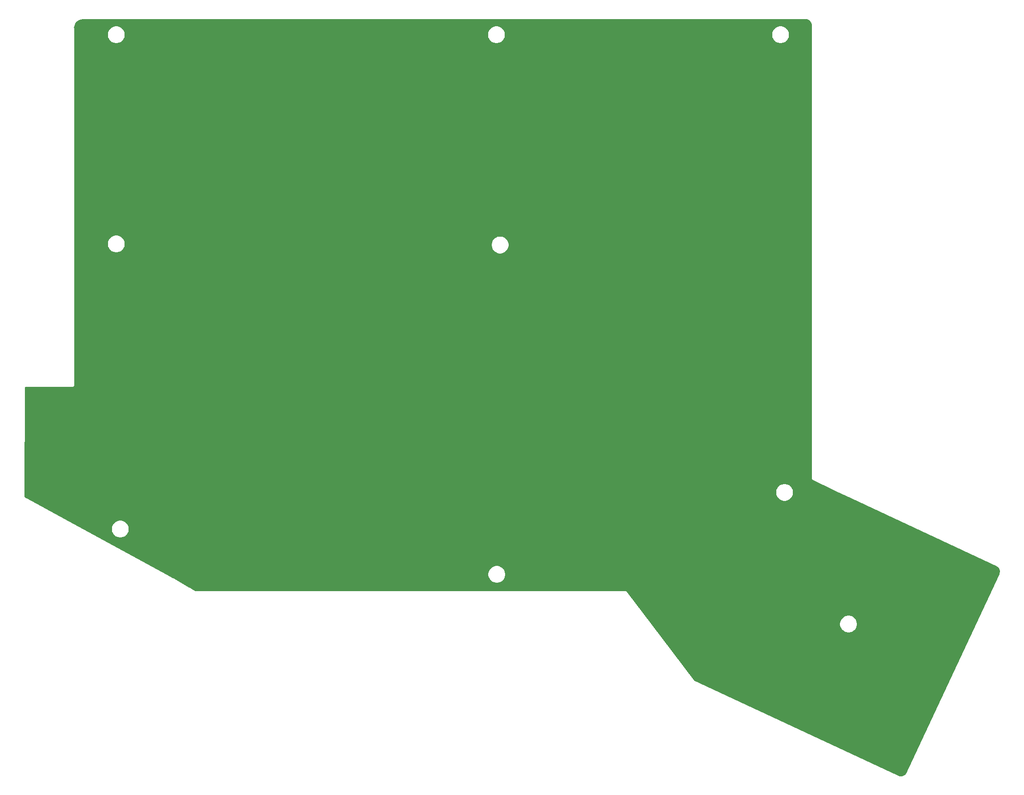
<source format=gbr>
G04 #@! TF.GenerationSoftware,KiCad,Pcbnew,(5.1.5)-3*
G04 #@! TF.CreationDate,2020-03-17T18:41:58+05:30*
G04 #@! TF.ProjectId,ergocape,6572676f-6361-4706-952e-6b696361645f,rev?*
G04 #@! TF.SameCoordinates,Original*
G04 #@! TF.FileFunction,Copper,L1,Top*
G04 #@! TF.FilePolarity,Positive*
%FSLAX46Y46*%
G04 Gerber Fmt 4.6, Leading zero omitted, Abs format (unit mm)*
G04 Created by KiCad (PCBNEW (5.1.5)-3) date 2020-03-17 18:41:58*
%MOMM*%
%LPD*%
G04 APERTURE LIST*
%ADD10C,0.254000*%
G04 APERTURE END LIST*
D10*
G36*
X39347601Y-17728000D02*
G01*
X171379695Y-17728000D01*
X171613952Y-17750969D01*
X171817830Y-17812523D01*
X172005868Y-17912505D01*
X172170906Y-18047107D01*
X172306659Y-18211205D01*
X172407950Y-18398540D01*
X172470925Y-18601980D01*
X172495400Y-18834842D01*
X172495401Y-103212348D01*
X172492650Y-105145984D01*
X172491099Y-105156003D01*
X172492587Y-105190804D01*
X172492569Y-105203150D01*
X172493543Y-105213190D01*
X172494935Y-105245745D01*
X172497873Y-105257801D01*
X172499072Y-105270152D01*
X172508484Y-105301337D01*
X172516204Y-105333014D01*
X172521442Y-105344274D01*
X172525025Y-105356145D01*
X172540341Y-105384898D01*
X172554092Y-105414456D01*
X172561421Y-105424471D01*
X172567255Y-105435423D01*
X172587893Y-105460644D01*
X172607139Y-105486943D01*
X172616279Y-105495334D01*
X172624139Y-105504939D01*
X172649305Y-105525652D01*
X172673309Y-105547688D01*
X172683912Y-105554135D01*
X172693493Y-105562021D01*
X172722209Y-105577423D01*
X172730827Y-105582663D01*
X172741951Y-105588011D01*
X172772651Y-105604477D01*
X172782350Y-105607434D01*
X178580328Y-108394998D01*
X178582653Y-108396374D01*
X178600517Y-108404704D01*
X178618267Y-108413238D01*
X178620803Y-108414164D01*
X207647850Y-121949698D01*
X207841914Y-122064466D01*
X207993286Y-122199809D01*
X208115487Y-122361974D01*
X208203863Y-122544790D01*
X208255046Y-122741283D01*
X208267088Y-122943977D01*
X208239530Y-123145155D01*
X208166535Y-123357146D01*
X190527501Y-161184181D01*
X190412728Y-161378252D01*
X190277386Y-161529624D01*
X190115221Y-161651825D01*
X189932405Y-161740201D01*
X189735911Y-161791384D01*
X189533218Y-161803426D01*
X189332040Y-161775868D01*
X189120049Y-161702873D01*
X150261975Y-143583058D01*
X142059870Y-132736723D01*
X177822908Y-132736723D01*
X177822908Y-133077701D01*
X177889429Y-133412126D01*
X178019915Y-133727148D01*
X178209352Y-134010660D01*
X178450460Y-134251768D01*
X178733972Y-134441205D01*
X179048994Y-134571691D01*
X179383419Y-134638212D01*
X179724397Y-134638212D01*
X180058822Y-134571691D01*
X180373844Y-134441205D01*
X180657356Y-134251768D01*
X180898464Y-134010660D01*
X181087901Y-133727148D01*
X181218387Y-133412126D01*
X181284908Y-133077701D01*
X181284908Y-132736723D01*
X181218387Y-132402298D01*
X181087901Y-132087276D01*
X180898464Y-131803764D01*
X180657356Y-131562656D01*
X180373844Y-131373219D01*
X180058822Y-131242733D01*
X179724397Y-131176212D01*
X179383419Y-131176212D01*
X179048994Y-131242733D01*
X178733972Y-131373219D01*
X178450460Y-131562656D01*
X178209352Y-131803764D01*
X178019915Y-132087276D01*
X177889429Y-132402298D01*
X177822908Y-132736723D01*
X142059870Y-132736723D01*
X137535292Y-126753493D01*
X137530984Y-126745434D01*
X137508236Y-126717716D01*
X137500202Y-126707091D01*
X137494050Y-126700429D01*
X137474001Y-126675999D01*
X137463629Y-126667487D01*
X137454532Y-126657636D01*
X137428990Y-126639060D01*
X137404566Y-126619016D01*
X137392732Y-126612691D01*
X137381888Y-126604804D01*
X137353218Y-126591570D01*
X137325348Y-126576673D01*
X137312508Y-126572778D01*
X137300333Y-126567158D01*
X137269630Y-126559771D01*
X137239392Y-126550598D01*
X137226040Y-126549283D01*
X137213002Y-126546146D01*
X137181443Y-126544891D01*
X137172399Y-126544000D01*
X137159050Y-126544000D01*
X137123250Y-126542576D01*
X137114231Y-126544000D01*
X55244305Y-126544000D01*
X54099406Y-125857062D01*
X54097113Y-125855403D01*
X54080134Y-125845499D01*
X54063403Y-125835460D01*
X54060864Y-125834257D01*
X51043452Y-124074101D01*
X51038020Y-124070405D01*
X51024087Y-124062805D01*
X51010417Y-124054831D01*
X51004461Y-124052100D01*
X49577048Y-123273511D01*
X110855000Y-123273511D01*
X110855000Y-123614489D01*
X110921521Y-123948914D01*
X111052007Y-124263936D01*
X111241444Y-124547448D01*
X111482552Y-124788556D01*
X111766064Y-124977993D01*
X112081086Y-125108479D01*
X112415511Y-125175000D01*
X112756489Y-125175000D01*
X113090914Y-125108479D01*
X113405936Y-124977993D01*
X113689448Y-124788556D01*
X113930556Y-124547448D01*
X114119993Y-124263936D01*
X114250479Y-123948914D01*
X114317000Y-123614489D01*
X114317000Y-123273511D01*
X114250479Y-122939086D01*
X114119993Y-122624064D01*
X113930556Y-122340552D01*
X113689448Y-122099444D01*
X113405936Y-121910007D01*
X113090914Y-121779521D01*
X112756489Y-121713000D01*
X112415511Y-121713000D01*
X112081086Y-121779521D01*
X111766064Y-121910007D01*
X111482552Y-122099444D01*
X111241444Y-122340552D01*
X111052007Y-122624064D01*
X110921521Y-122939086D01*
X110855000Y-123273511D01*
X49577048Y-123273511D01*
X33744381Y-114637511D01*
X39163000Y-114637511D01*
X39163000Y-114978489D01*
X39229521Y-115312914D01*
X39360007Y-115627936D01*
X39549444Y-115911448D01*
X39790552Y-116152556D01*
X40074064Y-116341993D01*
X40389086Y-116472479D01*
X40723511Y-116539000D01*
X41064489Y-116539000D01*
X41398914Y-116472479D01*
X41713936Y-116341993D01*
X41997448Y-116152556D01*
X42238556Y-115911448D01*
X42427993Y-115627936D01*
X42558479Y-115312914D01*
X42625000Y-114978489D01*
X42625000Y-114637511D01*
X42558479Y-114303086D01*
X42427993Y-113988064D01*
X42238556Y-113704552D01*
X41997448Y-113463444D01*
X41713936Y-113274007D01*
X41398914Y-113143521D01*
X41064489Y-113077000D01*
X40723511Y-113077000D01*
X40389086Y-113143521D01*
X40074064Y-113274007D01*
X39790552Y-113463444D01*
X39549444Y-113704552D01*
X39360007Y-113988064D01*
X39229521Y-114303086D01*
X39163000Y-114637511D01*
X33744381Y-114637511D01*
X23090857Y-108826498D01*
X23083963Y-108822159D01*
X23071221Y-108815788D01*
X23058692Y-108808954D01*
X23051181Y-108805768D01*
X22808000Y-108684178D01*
X22808000Y-107652511D01*
X165655000Y-107652511D01*
X165655000Y-107993489D01*
X165721521Y-108327914D01*
X165852007Y-108642936D01*
X166041444Y-108926448D01*
X166282552Y-109167556D01*
X166566064Y-109356993D01*
X166881086Y-109487479D01*
X167215511Y-109554000D01*
X167556489Y-109554000D01*
X167890914Y-109487479D01*
X168205936Y-109356993D01*
X168489448Y-109167556D01*
X168730556Y-108926448D01*
X168919993Y-108642936D01*
X169050479Y-108327914D01*
X169117000Y-107993489D01*
X169117000Y-107652511D01*
X169050479Y-107318086D01*
X168919993Y-107003064D01*
X168730556Y-106719552D01*
X168489448Y-106478444D01*
X168205936Y-106289007D01*
X167890914Y-106158521D01*
X167556489Y-106092000D01*
X167215511Y-106092000D01*
X166881086Y-106158521D01*
X166566064Y-106289007D01*
X166282552Y-106478444D01*
X166041444Y-106719552D01*
X165852007Y-107003064D01*
X165721521Y-107318086D01*
X165655000Y-107652511D01*
X22808000Y-107652511D01*
X22808000Y-98197762D01*
X22826040Y-98138292D01*
X22833000Y-98067626D01*
X22833000Y-87857000D01*
X31726381Y-87857000D01*
X31749997Y-87859326D01*
X31773615Y-87857000D01*
X31773626Y-87857000D01*
X31844292Y-87850040D01*
X31934961Y-87822536D01*
X32018522Y-87777872D01*
X32091764Y-87717764D01*
X32151872Y-87644522D01*
X32196536Y-87560961D01*
X32224040Y-87470292D01*
X32233327Y-87376000D01*
X32230999Y-87352367D01*
X32231182Y-60281511D01*
X38401000Y-60281511D01*
X38401000Y-60622489D01*
X38467521Y-60956914D01*
X38598007Y-61271936D01*
X38787444Y-61555448D01*
X39028552Y-61796556D01*
X39312064Y-61985993D01*
X39627086Y-62116479D01*
X39961511Y-62183000D01*
X40302489Y-62183000D01*
X40636914Y-62116479D01*
X40951936Y-61985993D01*
X41235448Y-61796556D01*
X41476556Y-61555448D01*
X41665993Y-61271936D01*
X41796479Y-60956914D01*
X41863000Y-60622489D01*
X41863000Y-60472011D01*
X111489000Y-60472011D01*
X111489000Y-60812989D01*
X111555521Y-61147414D01*
X111686007Y-61462436D01*
X111875444Y-61745948D01*
X112116552Y-61987056D01*
X112400064Y-62176493D01*
X112715086Y-62306979D01*
X113049511Y-62373500D01*
X113390489Y-62373500D01*
X113724914Y-62306979D01*
X114039936Y-62176493D01*
X114323448Y-61987056D01*
X114564556Y-61745948D01*
X114753993Y-61462436D01*
X114884479Y-61147414D01*
X114951000Y-60812989D01*
X114951000Y-60472011D01*
X114884479Y-60137586D01*
X114753993Y-59822564D01*
X114564556Y-59539052D01*
X114323448Y-59297944D01*
X114039936Y-59108507D01*
X113724914Y-58978021D01*
X113390489Y-58911500D01*
X113049511Y-58911500D01*
X112715086Y-58978021D01*
X112400064Y-59108507D01*
X112116552Y-59297944D01*
X111875444Y-59539052D01*
X111686007Y-59822564D01*
X111555521Y-60137586D01*
X111489000Y-60472011D01*
X41863000Y-60472011D01*
X41863000Y-60281511D01*
X41796479Y-59947086D01*
X41665993Y-59632064D01*
X41476556Y-59348552D01*
X41235448Y-59107444D01*
X40951936Y-58918007D01*
X40636914Y-58787521D01*
X40302489Y-58721000D01*
X39961511Y-58721000D01*
X39627086Y-58787521D01*
X39312064Y-58918007D01*
X39028552Y-59107444D01*
X38787444Y-59348552D01*
X38598007Y-59632064D01*
X38467521Y-59947086D01*
X38401000Y-60281511D01*
X32231182Y-60281511D01*
X32231453Y-20403511D01*
X38401000Y-20403511D01*
X38401000Y-20744489D01*
X38467521Y-21078914D01*
X38598007Y-21393936D01*
X38787444Y-21677448D01*
X39028552Y-21918556D01*
X39312064Y-22107993D01*
X39627086Y-22238479D01*
X39961511Y-22305000D01*
X40302489Y-22305000D01*
X40636914Y-22238479D01*
X40951936Y-22107993D01*
X41235448Y-21918556D01*
X41476556Y-21677448D01*
X41665993Y-21393936D01*
X41796479Y-21078914D01*
X41863000Y-20744489D01*
X41863000Y-20403511D01*
X110791000Y-20403511D01*
X110791000Y-20744489D01*
X110857521Y-21078914D01*
X110988007Y-21393936D01*
X111177444Y-21677448D01*
X111418552Y-21918556D01*
X111702064Y-22107993D01*
X112017086Y-22238479D01*
X112351511Y-22305000D01*
X112692489Y-22305000D01*
X113026914Y-22238479D01*
X113341936Y-22107993D01*
X113625448Y-21918556D01*
X113866556Y-21677448D01*
X114055993Y-21393936D01*
X114186479Y-21078914D01*
X114253000Y-20744489D01*
X114253000Y-20403511D01*
X164893000Y-20403511D01*
X164893000Y-20744489D01*
X164959521Y-21078914D01*
X165090007Y-21393936D01*
X165279444Y-21677448D01*
X165520552Y-21918556D01*
X165804064Y-22107993D01*
X166119086Y-22238479D01*
X166453511Y-22305000D01*
X166794489Y-22305000D01*
X167128914Y-22238479D01*
X167443936Y-22107993D01*
X167727448Y-21918556D01*
X167968556Y-21677448D01*
X168157993Y-21393936D01*
X168288479Y-21078914D01*
X168355000Y-20744489D01*
X168355000Y-20403511D01*
X168288479Y-20069086D01*
X168157993Y-19754064D01*
X167968556Y-19470552D01*
X167727448Y-19229444D01*
X167443936Y-19040007D01*
X167128914Y-18909521D01*
X166794489Y-18843000D01*
X166453511Y-18843000D01*
X166119086Y-18909521D01*
X165804064Y-19040007D01*
X165520552Y-19229444D01*
X165279444Y-19470552D01*
X165090007Y-19754064D01*
X164959521Y-20069086D01*
X164893000Y-20403511D01*
X114253000Y-20403511D01*
X114186479Y-20069086D01*
X114055993Y-19754064D01*
X113866556Y-19470552D01*
X113625448Y-19229444D01*
X113341936Y-19040007D01*
X113026914Y-18909521D01*
X112692489Y-18843000D01*
X112351511Y-18843000D01*
X112017086Y-18909521D01*
X111702064Y-19040007D01*
X111418552Y-19229444D01*
X111177444Y-19470552D01*
X110988007Y-19754064D01*
X110857521Y-20069086D01*
X110791000Y-20403511D01*
X41863000Y-20403511D01*
X41796479Y-20069086D01*
X41665993Y-19754064D01*
X41476556Y-19470552D01*
X41235448Y-19229444D01*
X40951936Y-19040007D01*
X40636914Y-18909521D01*
X40302489Y-18843000D01*
X39961511Y-18843000D01*
X39627086Y-18909521D01*
X39312064Y-19040007D01*
X39028552Y-19229444D01*
X38787444Y-19470552D01*
X38598007Y-19754064D01*
X38467521Y-20069086D01*
X38401000Y-20403511D01*
X32231453Y-20403511D01*
X32231461Y-19330538D01*
X32224501Y-19259872D01*
X32216509Y-19233526D01*
X32230930Y-19036483D01*
X32312430Y-18740306D01*
X32449904Y-18465604D01*
X32638123Y-18222829D01*
X32869907Y-18021240D01*
X33136432Y-17868511D01*
X33427551Y-17770458D01*
X33752210Y-17728209D01*
X33761642Y-17728001D01*
X39347591Y-17727999D01*
X39347601Y-17728000D01*
G37*
X39347601Y-17728000D02*
X171379695Y-17728000D01*
X171613952Y-17750969D01*
X171817830Y-17812523D01*
X172005868Y-17912505D01*
X172170906Y-18047107D01*
X172306659Y-18211205D01*
X172407950Y-18398540D01*
X172470925Y-18601980D01*
X172495400Y-18834842D01*
X172495401Y-103212348D01*
X172492650Y-105145984D01*
X172491099Y-105156003D01*
X172492587Y-105190804D01*
X172492569Y-105203150D01*
X172493543Y-105213190D01*
X172494935Y-105245745D01*
X172497873Y-105257801D01*
X172499072Y-105270152D01*
X172508484Y-105301337D01*
X172516204Y-105333014D01*
X172521442Y-105344274D01*
X172525025Y-105356145D01*
X172540341Y-105384898D01*
X172554092Y-105414456D01*
X172561421Y-105424471D01*
X172567255Y-105435423D01*
X172587893Y-105460644D01*
X172607139Y-105486943D01*
X172616279Y-105495334D01*
X172624139Y-105504939D01*
X172649305Y-105525652D01*
X172673309Y-105547688D01*
X172683912Y-105554135D01*
X172693493Y-105562021D01*
X172722209Y-105577423D01*
X172730827Y-105582663D01*
X172741951Y-105588011D01*
X172772651Y-105604477D01*
X172782350Y-105607434D01*
X178580328Y-108394998D01*
X178582653Y-108396374D01*
X178600517Y-108404704D01*
X178618267Y-108413238D01*
X178620803Y-108414164D01*
X207647850Y-121949698D01*
X207841914Y-122064466D01*
X207993286Y-122199809D01*
X208115487Y-122361974D01*
X208203863Y-122544790D01*
X208255046Y-122741283D01*
X208267088Y-122943977D01*
X208239530Y-123145155D01*
X208166535Y-123357146D01*
X190527501Y-161184181D01*
X190412728Y-161378252D01*
X190277386Y-161529624D01*
X190115221Y-161651825D01*
X189932405Y-161740201D01*
X189735911Y-161791384D01*
X189533218Y-161803426D01*
X189332040Y-161775868D01*
X189120049Y-161702873D01*
X150261975Y-143583058D01*
X142059870Y-132736723D01*
X177822908Y-132736723D01*
X177822908Y-133077701D01*
X177889429Y-133412126D01*
X178019915Y-133727148D01*
X178209352Y-134010660D01*
X178450460Y-134251768D01*
X178733972Y-134441205D01*
X179048994Y-134571691D01*
X179383419Y-134638212D01*
X179724397Y-134638212D01*
X180058822Y-134571691D01*
X180373844Y-134441205D01*
X180657356Y-134251768D01*
X180898464Y-134010660D01*
X181087901Y-133727148D01*
X181218387Y-133412126D01*
X181284908Y-133077701D01*
X181284908Y-132736723D01*
X181218387Y-132402298D01*
X181087901Y-132087276D01*
X180898464Y-131803764D01*
X180657356Y-131562656D01*
X180373844Y-131373219D01*
X180058822Y-131242733D01*
X179724397Y-131176212D01*
X179383419Y-131176212D01*
X179048994Y-131242733D01*
X178733972Y-131373219D01*
X178450460Y-131562656D01*
X178209352Y-131803764D01*
X178019915Y-132087276D01*
X177889429Y-132402298D01*
X177822908Y-132736723D01*
X142059870Y-132736723D01*
X137535292Y-126753493D01*
X137530984Y-126745434D01*
X137508236Y-126717716D01*
X137500202Y-126707091D01*
X137494050Y-126700429D01*
X137474001Y-126675999D01*
X137463629Y-126667487D01*
X137454532Y-126657636D01*
X137428990Y-126639060D01*
X137404566Y-126619016D01*
X137392732Y-126612691D01*
X137381888Y-126604804D01*
X137353218Y-126591570D01*
X137325348Y-126576673D01*
X137312508Y-126572778D01*
X137300333Y-126567158D01*
X137269630Y-126559771D01*
X137239392Y-126550598D01*
X137226040Y-126549283D01*
X137213002Y-126546146D01*
X137181443Y-126544891D01*
X137172399Y-126544000D01*
X137159050Y-126544000D01*
X137123250Y-126542576D01*
X137114231Y-126544000D01*
X55244305Y-126544000D01*
X54099406Y-125857062D01*
X54097113Y-125855403D01*
X54080134Y-125845499D01*
X54063403Y-125835460D01*
X54060864Y-125834257D01*
X51043452Y-124074101D01*
X51038020Y-124070405D01*
X51024087Y-124062805D01*
X51010417Y-124054831D01*
X51004461Y-124052100D01*
X49577048Y-123273511D01*
X110855000Y-123273511D01*
X110855000Y-123614489D01*
X110921521Y-123948914D01*
X111052007Y-124263936D01*
X111241444Y-124547448D01*
X111482552Y-124788556D01*
X111766064Y-124977993D01*
X112081086Y-125108479D01*
X112415511Y-125175000D01*
X112756489Y-125175000D01*
X113090914Y-125108479D01*
X113405936Y-124977993D01*
X113689448Y-124788556D01*
X113930556Y-124547448D01*
X114119993Y-124263936D01*
X114250479Y-123948914D01*
X114317000Y-123614489D01*
X114317000Y-123273511D01*
X114250479Y-122939086D01*
X114119993Y-122624064D01*
X113930556Y-122340552D01*
X113689448Y-122099444D01*
X113405936Y-121910007D01*
X113090914Y-121779521D01*
X112756489Y-121713000D01*
X112415511Y-121713000D01*
X112081086Y-121779521D01*
X111766064Y-121910007D01*
X111482552Y-122099444D01*
X111241444Y-122340552D01*
X111052007Y-122624064D01*
X110921521Y-122939086D01*
X110855000Y-123273511D01*
X49577048Y-123273511D01*
X33744381Y-114637511D01*
X39163000Y-114637511D01*
X39163000Y-114978489D01*
X39229521Y-115312914D01*
X39360007Y-115627936D01*
X39549444Y-115911448D01*
X39790552Y-116152556D01*
X40074064Y-116341993D01*
X40389086Y-116472479D01*
X40723511Y-116539000D01*
X41064489Y-116539000D01*
X41398914Y-116472479D01*
X41713936Y-116341993D01*
X41997448Y-116152556D01*
X42238556Y-115911448D01*
X42427993Y-115627936D01*
X42558479Y-115312914D01*
X42625000Y-114978489D01*
X42625000Y-114637511D01*
X42558479Y-114303086D01*
X42427993Y-113988064D01*
X42238556Y-113704552D01*
X41997448Y-113463444D01*
X41713936Y-113274007D01*
X41398914Y-113143521D01*
X41064489Y-113077000D01*
X40723511Y-113077000D01*
X40389086Y-113143521D01*
X40074064Y-113274007D01*
X39790552Y-113463444D01*
X39549444Y-113704552D01*
X39360007Y-113988064D01*
X39229521Y-114303086D01*
X39163000Y-114637511D01*
X33744381Y-114637511D01*
X23090857Y-108826498D01*
X23083963Y-108822159D01*
X23071221Y-108815788D01*
X23058692Y-108808954D01*
X23051181Y-108805768D01*
X22808000Y-108684178D01*
X22808000Y-107652511D01*
X165655000Y-107652511D01*
X165655000Y-107993489D01*
X165721521Y-108327914D01*
X165852007Y-108642936D01*
X166041444Y-108926448D01*
X166282552Y-109167556D01*
X166566064Y-109356993D01*
X166881086Y-109487479D01*
X167215511Y-109554000D01*
X167556489Y-109554000D01*
X167890914Y-109487479D01*
X168205936Y-109356993D01*
X168489448Y-109167556D01*
X168730556Y-108926448D01*
X168919993Y-108642936D01*
X169050479Y-108327914D01*
X169117000Y-107993489D01*
X169117000Y-107652511D01*
X169050479Y-107318086D01*
X168919993Y-107003064D01*
X168730556Y-106719552D01*
X168489448Y-106478444D01*
X168205936Y-106289007D01*
X167890914Y-106158521D01*
X167556489Y-106092000D01*
X167215511Y-106092000D01*
X166881086Y-106158521D01*
X166566064Y-106289007D01*
X166282552Y-106478444D01*
X166041444Y-106719552D01*
X165852007Y-107003064D01*
X165721521Y-107318086D01*
X165655000Y-107652511D01*
X22808000Y-107652511D01*
X22808000Y-98197762D01*
X22826040Y-98138292D01*
X22833000Y-98067626D01*
X22833000Y-87857000D01*
X31726381Y-87857000D01*
X31749997Y-87859326D01*
X31773615Y-87857000D01*
X31773626Y-87857000D01*
X31844292Y-87850040D01*
X31934961Y-87822536D01*
X32018522Y-87777872D01*
X32091764Y-87717764D01*
X32151872Y-87644522D01*
X32196536Y-87560961D01*
X32224040Y-87470292D01*
X32233327Y-87376000D01*
X32230999Y-87352367D01*
X32231182Y-60281511D01*
X38401000Y-60281511D01*
X38401000Y-60622489D01*
X38467521Y-60956914D01*
X38598007Y-61271936D01*
X38787444Y-61555448D01*
X39028552Y-61796556D01*
X39312064Y-61985993D01*
X39627086Y-62116479D01*
X39961511Y-62183000D01*
X40302489Y-62183000D01*
X40636914Y-62116479D01*
X40951936Y-61985993D01*
X41235448Y-61796556D01*
X41476556Y-61555448D01*
X41665993Y-61271936D01*
X41796479Y-60956914D01*
X41863000Y-60622489D01*
X41863000Y-60472011D01*
X111489000Y-60472011D01*
X111489000Y-60812989D01*
X111555521Y-61147414D01*
X111686007Y-61462436D01*
X111875444Y-61745948D01*
X112116552Y-61987056D01*
X112400064Y-62176493D01*
X112715086Y-62306979D01*
X113049511Y-62373500D01*
X113390489Y-62373500D01*
X113724914Y-62306979D01*
X114039936Y-62176493D01*
X114323448Y-61987056D01*
X114564556Y-61745948D01*
X114753993Y-61462436D01*
X114884479Y-61147414D01*
X114951000Y-60812989D01*
X114951000Y-60472011D01*
X114884479Y-60137586D01*
X114753993Y-59822564D01*
X114564556Y-59539052D01*
X114323448Y-59297944D01*
X114039936Y-59108507D01*
X113724914Y-58978021D01*
X113390489Y-58911500D01*
X113049511Y-58911500D01*
X112715086Y-58978021D01*
X112400064Y-59108507D01*
X112116552Y-59297944D01*
X111875444Y-59539052D01*
X111686007Y-59822564D01*
X111555521Y-60137586D01*
X111489000Y-60472011D01*
X41863000Y-60472011D01*
X41863000Y-60281511D01*
X41796479Y-59947086D01*
X41665993Y-59632064D01*
X41476556Y-59348552D01*
X41235448Y-59107444D01*
X40951936Y-58918007D01*
X40636914Y-58787521D01*
X40302489Y-58721000D01*
X39961511Y-58721000D01*
X39627086Y-58787521D01*
X39312064Y-58918007D01*
X39028552Y-59107444D01*
X38787444Y-59348552D01*
X38598007Y-59632064D01*
X38467521Y-59947086D01*
X38401000Y-60281511D01*
X32231182Y-60281511D01*
X32231453Y-20403511D01*
X38401000Y-20403511D01*
X38401000Y-20744489D01*
X38467521Y-21078914D01*
X38598007Y-21393936D01*
X38787444Y-21677448D01*
X39028552Y-21918556D01*
X39312064Y-22107993D01*
X39627086Y-22238479D01*
X39961511Y-22305000D01*
X40302489Y-22305000D01*
X40636914Y-22238479D01*
X40951936Y-22107993D01*
X41235448Y-21918556D01*
X41476556Y-21677448D01*
X41665993Y-21393936D01*
X41796479Y-21078914D01*
X41863000Y-20744489D01*
X41863000Y-20403511D01*
X110791000Y-20403511D01*
X110791000Y-20744489D01*
X110857521Y-21078914D01*
X110988007Y-21393936D01*
X111177444Y-21677448D01*
X111418552Y-21918556D01*
X111702064Y-22107993D01*
X112017086Y-22238479D01*
X112351511Y-22305000D01*
X112692489Y-22305000D01*
X113026914Y-22238479D01*
X113341936Y-22107993D01*
X113625448Y-21918556D01*
X113866556Y-21677448D01*
X114055993Y-21393936D01*
X114186479Y-21078914D01*
X114253000Y-20744489D01*
X114253000Y-20403511D01*
X164893000Y-20403511D01*
X164893000Y-20744489D01*
X164959521Y-21078914D01*
X165090007Y-21393936D01*
X165279444Y-21677448D01*
X165520552Y-21918556D01*
X165804064Y-22107993D01*
X166119086Y-22238479D01*
X166453511Y-22305000D01*
X166794489Y-22305000D01*
X167128914Y-22238479D01*
X167443936Y-22107993D01*
X167727448Y-21918556D01*
X167968556Y-21677448D01*
X168157993Y-21393936D01*
X168288479Y-21078914D01*
X168355000Y-20744489D01*
X168355000Y-20403511D01*
X168288479Y-20069086D01*
X168157993Y-19754064D01*
X167968556Y-19470552D01*
X167727448Y-19229444D01*
X167443936Y-19040007D01*
X167128914Y-18909521D01*
X166794489Y-18843000D01*
X166453511Y-18843000D01*
X166119086Y-18909521D01*
X165804064Y-19040007D01*
X165520552Y-19229444D01*
X165279444Y-19470552D01*
X165090007Y-19754064D01*
X164959521Y-20069086D01*
X164893000Y-20403511D01*
X114253000Y-20403511D01*
X114186479Y-20069086D01*
X114055993Y-19754064D01*
X113866556Y-19470552D01*
X113625448Y-19229444D01*
X113341936Y-19040007D01*
X113026914Y-18909521D01*
X112692489Y-18843000D01*
X112351511Y-18843000D01*
X112017086Y-18909521D01*
X111702064Y-19040007D01*
X111418552Y-19229444D01*
X111177444Y-19470552D01*
X110988007Y-19754064D01*
X110857521Y-20069086D01*
X110791000Y-20403511D01*
X41863000Y-20403511D01*
X41796479Y-20069086D01*
X41665993Y-19754064D01*
X41476556Y-19470552D01*
X41235448Y-19229444D01*
X40951936Y-19040007D01*
X40636914Y-18909521D01*
X40302489Y-18843000D01*
X39961511Y-18843000D01*
X39627086Y-18909521D01*
X39312064Y-19040007D01*
X39028552Y-19229444D01*
X38787444Y-19470552D01*
X38598007Y-19754064D01*
X38467521Y-20069086D01*
X38401000Y-20403511D01*
X32231453Y-20403511D01*
X32231461Y-19330538D01*
X32224501Y-19259872D01*
X32216509Y-19233526D01*
X32230930Y-19036483D01*
X32312430Y-18740306D01*
X32449904Y-18465604D01*
X32638123Y-18222829D01*
X32869907Y-18021240D01*
X33136432Y-17868511D01*
X33427551Y-17770458D01*
X33752210Y-17728209D01*
X33761642Y-17728001D01*
X39347591Y-17727999D01*
X39347601Y-17728000D01*
M02*

</source>
